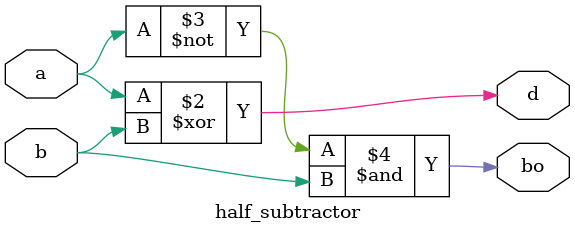
<source format=v>
`timescale 1ps/1ps

module half_subtractor (
    d,
    bo,
    a,
    b
);

    input a,b;
    output reg d,bo;

    always @(*) begin
        d = a^b;
        bo = (~a)&b; 
    end
endmodule
</source>
